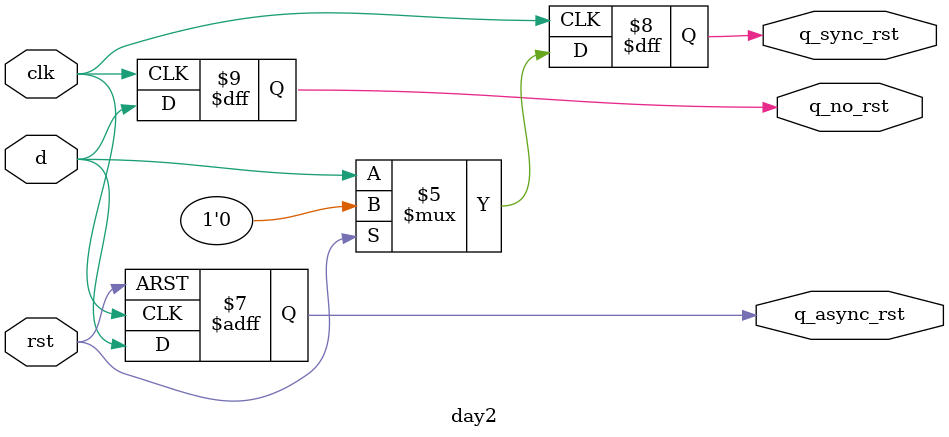
<source format=v>

module day2 (
    input clk, rst, d,
    output reg q_no_rst, q_sync_rst, q_async_rst
);
    
    // No Reset
    always @(posedge clk) begin
        q_no_rst <= d;
    end

    // Synchronous Reset
    always @(posedge clk) begin
        if (rst) begin
            q_sync_rst <= 0;
        end
        else begin
            q_sync_rst <= d;
        end
    end

    // Asynchronous Reset
    always @(posedge clk or posedge rst) begin
        if (rst) begin
            q_async_rst <= 0;
        end
        else begin
            q_async_rst <= d;
        end
    end

endmodule
</source>
